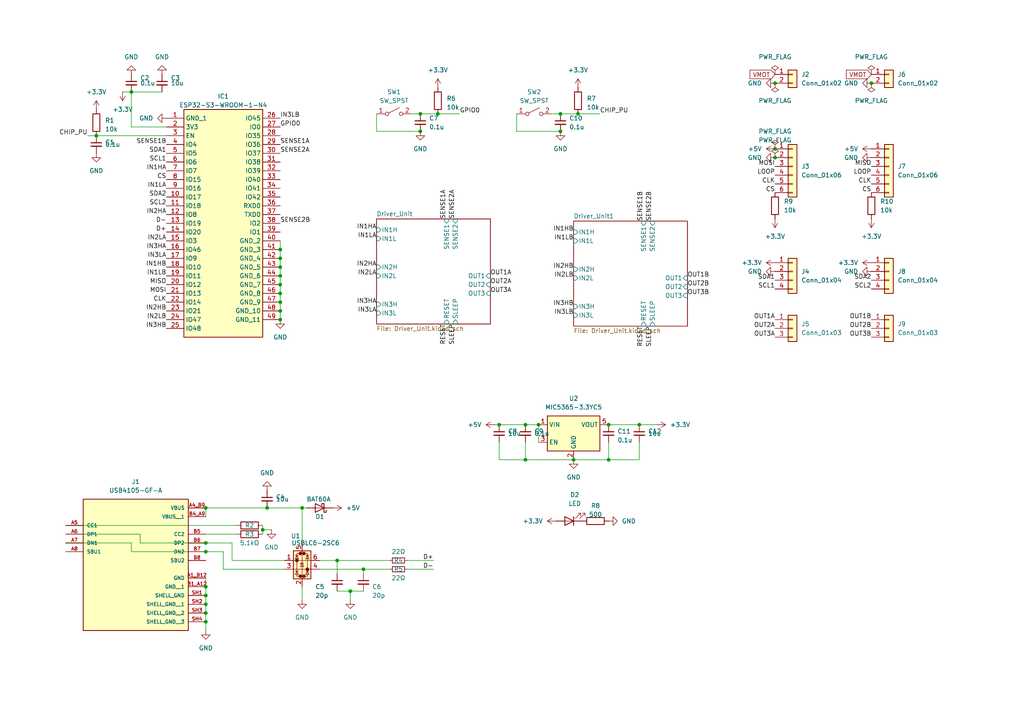
<source format=kicad_sch>
(kicad_sch (version 20250114) (generator "eeschema") (generator_version "9.0")
  (paper "A4")
  (lib_symbols
    (symbol "+3.3V_1" (power) (pin_numbers (hide yes)) (pin_names (offset 0) (hide yes))
      (property "Value" "+3.3V" (at 0 3.556 0))
      (symbol "+3.3V_1_0_1"
        (polyline (pts (xy -0.762 1.27) (xy 0 2.54)))
        (polyline (pts (xy 0 2.54) (xy 0.762 1.27)))
        (polyline (pts (xy 0 0) (xy 0 2.54)))
      )
      (symbol "+3.3V_1_1_1"
        (pin power_in line (at 0 0 90) (length 0) (name "~") (number "1"))
      )
    )
    (symbol "Connector_Generic:Conn_01x02" (pin_names (offset 1.016) (hide yes))
      (property "Reference" "J" (at 0 2.54 0))
      (property "Value" "Conn_01x02" (at 0 -5.08 0))
      (symbol "Conn_01x02_1_1"
        (rectangle (start -1.27 1.27) (end 1.27 -3.81) (stroke (width 0.254)) (fill (type background)))
        (rectangle (start -1.27 0.127) (end 0 -0.127) (stroke (width 0.1524)))
        (rectangle (start -1.27 -2.413) (end 0 -2.667) (stroke (width 0.1524)))
        (pin passive line (at -5.08 0 0) (length 3.81) (name "Pin_1") (number "1"))
        (pin passive line (at -5.08 -2.54 0) (length 3.81) (name "Pin_2") (number "2"))
      )
    )
    (symbol "Connector_Generic:Conn_01x03" (pin_names (offset 1.016) (hide yes))
      (property "Reference" "J" (at 0 5.08 0))
      (property "Value" "Conn_01x03" (at 0 -5.08 0))
      (symbol "Conn_01x03_1_1"
        (rectangle (start -1.27 3.81) (end 1.27 -3.81) (stroke (width 0.254)) (fill (type background)))
        (rectangle (start -1.27 2.667) (end 0 2.413) (stroke (width 0.1524)))
        (rectangle (start -1.27 0.127) (end 0 -0.127) (stroke (width 0.1524)))
        (rectangle (start -1.27 -2.413) (end 0 -2.667) (stroke (width 0.1524)))
        (pin passive line (at -5.08 2.54 0) (length 3.81) (name "Pin_1") (number "1"))
        (pin passive line (at -5.08 0 0) (length 3.81) (name "Pin_2") (number "2"))
        (pin passive line (at -5.08 -2.54 0) (length 3.81) (name "Pin_3") (number "3"))
      )
    )
    (symbol "Connector_Generic:Conn_01x04" (pin_names (offset 1.016) (hide yes))
      (property "Reference" "J" (at 0 5.08 0))
      (property "Value" "Conn_01x04" (at 0 -7.62 0))
      (symbol "Conn_01x04_1_1"
        (rectangle (start -1.27 3.81) (end 1.27 -6.35) (stroke (width 0.254)) (fill (type background)))
        (rectangle (start -1.27 2.667) (end 0 2.413) (stroke (width 0.1524)))
        (rectangle (start -1.27 0.127) (end 0 -0.127) (stroke (width 0.1524)))
        (rectangle (start -1.27 -2.413) (end 0 -2.667) (stroke (width 0.1524)))
        (rectangle (start -1.27 -4.953) (end 0 -5.207) (stroke (width 0.1524)))
        (pin passive line (at -5.08 2.54 0) (length 3.81) (name "Pin_1") (number "1"))
        (pin passive line (at -5.08 0 0) (length 3.81) (name "Pin_2") (number "2"))
        (pin passive line (at -5.08 -2.54 0) (length 3.81) (name "Pin_3") (number "3"))
        (pin passive line (at -5.08 -5.08 0) (length 3.81) (name "Pin_4") (number "4"))
      )
    )
    (symbol "Connector_Generic:Conn_01x06" (pin_names (offset 1.016) (hide yes))
      (property "Reference" "J" (at 0 7.62 0))
      (property "Value" "Conn_01x06" (at 0 -10.16 0))
      (symbol "Conn_01x06_1_1"
        (rectangle (start -1.27 6.35) (end 1.27 -8.89) (stroke (width 0.254)) (fill (type background)))
        (rectangle (start -1.27 5.207) (end 0 4.953) (stroke (width 0.1524)))
        (rectangle (start -1.27 2.667) (end 0 2.413) (stroke (width 0.1524)))
        (rectangle (start -1.27 0.127) (end 0 -0.127) (stroke (width 0.1524)))
        (rectangle (start -1.27 -2.413) (end 0 -2.667) (stroke (width 0.1524)))
        (rectangle (start -1.27 -4.953) (end 0 -5.207) (stroke (width 0.1524)))
        (rectangle (start -1.27 -7.493) (end 0 -7.747) (stroke (width 0.1524)))
        (pin passive line (at -5.08 5.08 0) (length 3.81) (name "Pin_1") (number "1"))
        (pin passive line (at -5.08 2.54 0) (length 3.81) (name "Pin_2") (number "2"))
        (pin passive line (at -5.08 0 0) (length 3.81) (name "Pin_3") (number "3"))
        (pin passive line (at -5.08 -2.54 0) (length 3.81) (name "Pin_4") (number "4"))
        (pin passive line (at -5.08 -5.08 0) (length 3.81) (name "Pin_5") (number "5"))
        (pin passive line (at -5.08 -7.62 0) (length 3.81) (name "Pin_6") (number "6"))
      )
    )
    (symbol "Device:C_Small" (pin_numbers (hide yes)) (pin_names (offset 0.254) (hide yes))
      (property "Reference" "C" (at 0.254 1.778 0))
      (property "Value" "C_Small" (at 0.254 -2.032 0))
      (symbol "C_Small_0_1"
        (polyline (pts (xy -1.524 0.508) (xy 1.524 0.508)) (stroke (width 0.3048)))
        (polyline (pts (xy -1.524 -0.508) (xy 1.524 -0.508)) (stroke (width 0.3302)))
      )
      (symbol "C_Small_1_1"
        (pin passive line (at 0 2.54 270) (length 2.032) (name "~") (number "1"))
        (pin passive line (at 0 -2.54 90) (length 2.032) (name "~") (number "2"))
      )
    )
    (symbol "Device:LED" (pin_numbers (hide yes)) (pin_names (offset 1.016) (hide yes))
      (property "Reference" "D" (at 0 2.54 0))
      (property "Value" "LED" (at 0 -2.54 0))
      (symbol "LED_0_1"
        (polyline (pts (xy -3.048 -0.762) (xy -4.572 -2.286) (xy -3.81 -2.286) (xy -4.572 -2.286) (xy -4.572 -1.524)))
        (polyline (pts (xy -1.778 -0.762) (xy -3.302 -2.286) (xy -2.54 -2.286) (xy -3.302 -2.286) (xy -3.302 -1.524)))
        (polyline (pts (xy -1.27 0) (xy 1.27 0)))
        (polyline (pts (xy -1.27 -1.27) (xy -1.27 1.27)) (stroke (width 0.254)))
        (polyline (pts (xy 1.27 -1.27) (xy 1.27 1.27) (xy -1.27 0) (xy 1.27 -1.27)) (stroke (width 0.254)))
      )
      (symbol "LED_1_1"
        (pin passive line (at -3.81 0 0) (length 2.54) (name "K") (number "1"))
        (pin passive line (at 3.81 0 180) (length 2.54) (name "A") (number "2"))
      )
    )
    (symbol "Device:R" (pin_numbers (hide yes)) (pin_names (offset 0))
      (property "Reference" "R" (at 2.032 0 90))
      (property "Value" "R" (at 0 0 90))
      (symbol "R_0_1"
        (rectangle (start -1.016 -2.54) (end 1.016 2.54) (stroke (width 0.254)))
      )
      (symbol "R_1_1"
        (pin passive line (at 0 3.81 270) (length 1.27) (name "~") (number "1"))
        (pin passive line (at 0 -3.81 90) (length 1.27) (name "~") (number "2"))
      )
    )
    (symbol "Device:R_Small" (pin_numbers (hide yes)) (pin_names (offset 0.254) (hide yes))
      (property "Reference" "R" (at 0 0 90))
      (property "Value" "R_Small" (at 1.778 0 90))
      (symbol "R_Small_0_1"
        (rectangle (start -0.762 1.778) (end 0.762 -1.778) (stroke (width 0.2032)))
      )
      (symbol "R_Small_1_1"
        (pin passive line (at 0 2.54 270) (length 0.762) (name "~") (number "1"))
        (pin passive line (at 0 -2.54 90) (length 0.762) (name "~") (number "2"))
      )
    )
    (symbol "Diode:BAT60A" (pin_numbers (hide yes)) (pin_names (offset 1.016) (hide yes))
      (property "Reference" "D" (at 0 2.54 0))
      (property "Value" "BAT60A" (at 0 -2.54 0))
      (symbol "BAT60A_0_1"
        (polyline (pts (xy -1.905 0.635) (xy -1.905 1.27) (xy -1.27 1.27) (xy -1.27 -1.27) (xy -0.635 -1.27) (xy -0.635 -0.635)) (stroke (width 0.254)))
        (polyline (pts (xy 1.27 1.27) (xy 1.27 -1.27) (xy -1.27 0) (xy 1.27 1.27)) (stroke (width 0.254)))
        (polyline (pts (xy 1.27 0) (xy -1.27 0)))
      )
      (symbol "BAT60A_1_1"
        (pin passive line (at -3.81 0 0) (length 2.54) (name "K") (number "1"))
        (pin passive line (at 3.81 0 180) (length 2.54) (name "A") (number "2"))
      )
    )
    (symbol "ESP32-S3-WROOM-1-N4:ESP32-S3-WROOM-1-N4"
      (property "Reference" "IC" (at 29.21 7.62 0))
      (property "Value" "ESP32-S3-WROOM-1-N4" (at 29.21 5.08 0))
      (symbol "ESP32-S3-WROOM-1-N4_1_1"
        (rectangle (start 5.08 2.54) (end 27.94 -63.5) (stroke (width 0.254)) (fill (type background)))
        (pin passive line (at 0 0 0) (length 5.08) (name "GND_1") (number "1"))
        (pin passive line (at 0 -2.54 0) (length 5.08) (name "3V3") (number "2"))
        (pin passive line (at 0 -5.08 0) (length 5.08) (name "EN") (number "3"))
        (pin passive line (at 0 -7.62 0) (length 5.08) (name "IO4") (number "4"))
        (pin passive line (at 0 -10.16 0) (length 5.08) (name "IO5") (number "5"))
        (pin passive line (at 0 -12.7 0) (length 5.08) (name "IO6") (number "6"))
        (pin passive line (at 0 -15.24 0) (length 5.08) (name "IO7") (number "7"))
        (pin passive line (at 0 -17.78 0) (length 5.08) (name "IO15") (number "8"))
        (pin passive line (at 0 -20.32 0) (length 5.08) (name "IO16") (number "9"))
        (pin passive line (at 0 -22.86 0) (length 5.08) (name "IO17") (number "10"))
        (pin passive line (at 0 -25.4 0) (length 5.08) (name "IO18") (number "11"))
        (pin passive line (at 0 -27.94 0) (length 5.08) (name "IO8") (number "12"))
        (pin passive line (at 0 -30.48 0) (length 5.08) (name "IO19") (number "13"))
        (pin passive line (at 0 -33.02 0) (length 5.08) (name "IO20") (number "14"))
        (pin passive line (at 0 -35.56 0) (length 5.08) (name "IO3") (number "15"))
        (pin passive line (at 0 -38.1 0) (length 5.08) (name "IO46") (number "16"))
        (pin passive line (at 0 -40.64 0) (length 5.08) (name "IO9") (number "17"))
        (pin passive line (at 0 -43.18 0) (length 5.08) (name "IO10") (number "18"))
        (pin passive line (at 0 -45.72 0) (length 5.08) (name "IO11") (number "19"))
        (pin passive line (at 0 -48.26 0) (length 5.08) (name "IO12") (number "20"))
        (pin passive line (at 0 -50.8 0) (length 5.08) (name "IO13") (number "21"))
        (pin passive line (at 0 -53.34 0) (length 5.08) (name "IO14") (number "22"))
        (pin passive line (at 0 -55.88 0) (length 5.08) (name "IO21") (number "23"))
        (pin passive line (at 0 -58.42 0) (length 5.08) (name "IO47") (number "24"))
        (pin passive line (at 0 -60.96 0) (length 5.08) (name "IO48") (number "25"))
        (pin passive line (at 33.02 0 180) (length 5.08) (name "IO45") (number "26"))
        (pin passive line (at 33.02 -2.54 180) (length 5.08) (name "IO0") (number "27"))
        (pin passive line (at 33.02 -5.08 180) (length 5.08) (name "IO35") (number "28"))
        (pin passive line (at 33.02 -7.62 180) (length 5.08) (name "IO36") (number "29"))
        (pin passive line (at 33.02 -10.16 180) (length 5.08) (name "IO37") (number "30"))
        (pin passive line (at 33.02 -12.7 180) (length 5.08) (name "IO38") (number "31"))
        (pin passive line (at 33.02 -15.24 180) (length 5.08) (name "IO39") (number "32"))
        (pin passive line (at 33.02 -17.78 180) (length 5.08) (name "IO40") (number "33"))
        (pin passive line (at 33.02 -20.32 180) (length 5.08) (name "IO41") (number "34"))
        (pin passive line (at 33.02 -22.86 180) (length 5.08) (name "IO42") (number "35"))
        (pin passive line (at 33.02 -25.4 180) (length 5.08) (name "RXD0") (number "36"))
        (pin passive line (at 33.02 -27.94 180) (length 5.08) (name "TXD0") (number "37"))
        (pin passive line (at 33.02 -30.48 180) (length 5.08) (name "IO2") (number "38"))
        (pin passive line (at 33.02 -33.02 180) (length 5.08) (name "IO1") (number "39"))
        (pin passive line (at 33.02 -35.56 180) (length 5.08) (name "GND_2") (number "40"))
        (pin passive line (at 33.02 -38.1 180) (length 5.08) (name "GND_3") (number "41"))
        (pin passive line (at 33.02 -40.64 180) (length 5.08) (name "GND_4") (number "42"))
        (pin passive line (at 33.02 -43.18 180) (length 5.08) (name "GND_5") (number "43"))
        (pin passive line (at 33.02 -45.72 180) (length 5.08) (name "GND_6") (number "44"))
        (pin passive line (at 33.02 -48.26 180) (length 5.08) (name "GND_7") (number "45"))
        (pin passive line (at 33.02 -50.8 180) (length 5.08) (name "GND_8") (number "46"))
        (pin passive line (at 33.02 -53.34 180) (length 5.08) (name "GND_9") (number "47"))
        (pin passive line (at 33.02 -55.88 180) (length 5.08) (name "GND_10") (number "48"))
        (pin passive line (at 33.02 -58.42 180) (length 5.08) (name "GND_11") (number "49"))
      )
    )
    (symbol "GND_1" (power) (pin_numbers (hide yes)) (pin_names (offset 0) (hide yes))
      (property "Value" "GND" (at 0 -3.81 0))
      (symbol "GND_1_0_1"
        (polyline (pts (xy 0 0) (xy 0 -1.27) (xy 1.27 -1.27) (xy 0 -2.54) (xy -1.27 -1.27) (xy 0 -1.27)))
      )
      (symbol "GND_1_1_1"
        (pin power_in line (at 0 0 270) (length 0) (name "~") (number "1"))
      )
    )
    (symbol "GND_2" (power) (pin_numbers (hide yes)) (pin_names (offset 0) (hide yes))
      (property "Value" "GND" (at 0 -3.81 0))
      (symbol "GND_2_0_1"
        (polyline (pts (xy 0 0) (xy 0 -1.27) (xy 1.27 -1.27) (xy 0 -2.54) (xy -1.27 -1.27) (xy 0 -1.27)))
      )
      (symbol "GND_2_1_1"
        (pin power_in line (at 0 0 270) (length 0) (name "~") (number "1"))
      )
    )
    (symbol "GND_3" (power) (pin_numbers (hide yes)) (pin_names (offset 0) (hide yes))
      (property "Value" "GND" (at 0 -3.81 0))
      (symbol "GND_3_0_1"
        (polyline (pts (xy 0 0) (xy 0 -1.27) (xy 1.27 -1.27) (xy 0 -2.54) (xy -1.27 -1.27) (xy 0 -1.27)))
      )
      (symbol "GND_3_1_1"
        (pin power_in line (at 0 0 270) (length 0) (name "~") (number "1"))
      )
    )
    (symbol "GND_4" (power) (pin_numbers (hide yes)) (pin_names (offset 0) (hide yes))
      (property "Value" "GND" (at 0 -3.81 0))
      (symbol "GND_4_0_1"
        (polyline (pts (xy 0 0) (xy 0 -1.27) (xy 1.27 -1.27) (xy 0 -2.54) (xy -1.27 -1.27) (xy 0 -1.27)))
      )
      (symbol "GND_4_1_1"
        (pin power_in line (at 0 0 270) (length 0) (name "~") (number "1"))
      )
    )
    (symbol "MIC5365-3.3YC5_1"
      (property "Reference" "U" (at -6.35 6.35 0))
      (property "Value" "MIC5365-3.3YC5" (at 0 6.35 0))
      (symbol "MIC5365-3.3YC5_1_0_1"
        (rectangle (start -7.62 -5.08) (end 7.62 5.08) (stroke (width 0.254)) (fill (type background)))
      )
      (symbol "MIC5365-3.3YC5_1_1_1"
        (pin power_in line (at -10.16 2.54 0) (length 2.54) (name "VIN") (number "1"))
        (pin input line (at -10.16 -2.54 0) (length 2.54) (name "EN") (number "3"))
        (pin power_in line (at 0 -7.62 90) (length 2.54) (name "GND") (number "2"))
        (pin no_connect line (at 7.62 -2.54 180) (length 2.54) (hide yes) (name "NC") (number "4"))
        (pin power_out line (at 10.16 2.54 180) (length 2.54) (name "VOUT") (number "5"))
      )
    )
    (symbol "Power_Protection:USBLC6-2SC6" (pin_names (hide yes))
      (property "Reference" "U" (at 0.635 5.715 0))
      (property "Value" "USBLC6-2SC6" (at 0.635 3.81 0))
      (symbol "USBLC6-2SC6_0_0"
        (circle (center -1.524 0) (radius 0.0001) (stroke (width 0.508)))
        (circle (center -0.508 2.032) (radius 0.0001) (stroke (width 0.508)))
        (circle (center -0.508 -4.572) (radius 0.0001) (stroke (width 0.508)))
        (circle (center 0.508 2.032) (radius 0.0001) (stroke (width 0.508)))
        (circle (center 0.508 -4.572) (radius 0.0001) (stroke (width 0.508)))
        (circle (center 1.524 -2.54) (radius 0.0001) (stroke (width 0.508)))
      )
      (symbol "USBLC6-2SC6_0_1"
        (polyline (pts (xy -2.54 0) (xy 2.54 0)))
        (polyline (pts (xy -2.54 -2.54) (xy 2.54 -2.54)))
        (polyline (pts (xy -2.032 0.508) (xy -1.016 0.508) (xy -1.524 1.524) (xy -2.032 0.508)))
        (polyline (pts (xy -2.032 -3.048) (xy -1.016 -3.048)))
        (polyline (pts (xy -1.016 1.524) (xy -2.032 1.524)))
        (polyline (pts (xy -1.016 -4.064) (xy -2.032 -4.064) (xy -1.524 -3.048) (xy -1.016 -4.064)))
        (polyline (pts (xy -0.508 -1.143) (xy -0.508 -0.762) (xy 0.508 -0.762)))
        (polyline (pts (xy 0 2.54) (xy -0.508 2.032) (xy 0.508 2.032) (xy 0 1.524) (xy 0 -4.064) (xy -0.508 -4.572) (xy 0.508 -4.572) (xy 0 -5.08)))
        (polyline (pts (xy 0.508 -1.778) (xy -0.508 -1.778) (xy 0 -0.762) (xy 0.508 -1.778)))
        (polyline (pts (xy 1.016 1.524) (xy 2.032 1.524)))
        (polyline (pts (xy 1.016 -3.048) (xy 2.032 -3.048)))
        (polyline (pts (xy 2.032 0.508) (xy 1.016 0.508) (xy 1.524 1.524) (xy 2.032 0.508)))
        (polyline (pts (xy 2.032 -4.064) (xy 1.016 -4.064) (xy 1.524 -3.048) (xy 2.032 -4.064)))
      )
      (symbol "USBLC6-2SC6_1_1"
        (rectangle (start -2.54 2.794) (end 2.54 -5.334) (stroke (width 0.254)) (fill (type background)))
        (polyline (pts (xy -0.508 2.032) (xy -1.524 2.032) (xy -1.524 -4.572) (xy -0.508 -4.572)))
        (polyline (pts (xy 0.508 -4.572) (xy 1.524 -4.572) (xy 1.524 2.032) (xy 0.508 2.032)))
        (pin passive line (at -5.08 0 0) (length 2.54) (name "I/O1") (number "1"))
        (pin passive line (at -5.08 -2.54 0) (length 2.54) (name "I/O2") (number "3"))
        (pin passive line (at 0 5.08 270) (length 2.54) (name "VBUS") (number "5"))
        (pin passive line (at 0 -7.62 90) (length 2.54) (name "GND") (number "2"))
        (pin passive line (at 5.08 0 180) (length 2.54) (name "I/O1") (number "6"))
        (pin passive line (at 5.08 -2.54 180) (length 2.54) (name "I/O2") (number "4"))
      )
    )
    (symbol "Switch:SW_SPST" (pin_names (offset 0) (hide yes))
      (property "Reference" "SW" (at 0 3.175 0))
      (property "Value" "SW_SPST" (at 0 -2.54 0))
      (symbol "SW_SPST_0_0"
        (circle (center -2.032 0) (radius 0.508))
        (polyline (pts (xy -1.524 0.254) (xy 1.524 1.778)))
        (circle (center 2.032 0) (radius 0.508))
      )
      (symbol "SW_SPST_1_1"
        (pin passive line (at -5.08 0 0) (length 2.54) (name "A") (number "1"))
        (pin passive line (at 5.08 0 180) (length 2.54) (name "B") (number "2"))
      )
    )
    (symbol "USB4105-GF-A:USB4105-GF-A" (pin_names (offset 1.016))
      (property "Reference" "J" (at -15.24 13.97 0))
      (property "Value" "USB4105-GF-A" (at -15.24 -27.94 0))
      (symbol "USB4105-GF-A_0_0"
        (rectangle (start -15.24 -25.4) (end 15.24 12.7) (stroke (width 0.254)) (fill (type background)))
        (pin bidirectional line (at -20.32 5.08 0) (length 5.08) (name "CC1") (number "A5"))
        (pin bidirectional line (at -20.32 2.54 0) (length 5.08) (name "DP1") (number "A6"))
        (pin bidirectional line (at -20.32 0 0) (length 5.08) (name "DN1") (number "A7"))
        (pin bidirectional line (at -20.32 -2.54 0) (length 5.08) (name "SBU1") (number "A8"))
        (pin power_in line (at 20.32 10.16 180) (length 5.08) (name "VBUS") (number "A4_B9"))
        (pin power_in line (at 20.32 7.62 180) (length 5.08) (name "VBUS__1") (number "B4_A9"))
        (pin bidirectional line (at 20.32 2.54 180) (length 5.08) (name "CC2") (number "B5"))
        (pin bidirectional line (at 20.32 0 180) (length 5.08) (name "DP2") (number "B6"))
        (pin bidirectional line (at 20.32 -2.54 180) (length 5.08) (name "DN2") (number "B7"))
        (pin bidirectional line (at 20.32 -5.08 180) (length 5.08) (name "SBU2") (number "B8"))
        (pin power_in line (at 20.32 -10.16 180) (length 5.08) (name "GND") (number "A1_B12"))
        (pin power_in line (at 20.32 -12.7 180) (length 5.08) (name "GND__1") (number "B1_A12"))
        (pin power_in line (at 20.32 -15.24 180) (length 5.08) (name "SHELL_GND") (number "SH1"))
        (pin power_in line (at 20.32 -17.78 180) (length 5.08) (name "SHELL_GND__1") (number "SH2"))
        (pin power_in line (at 20.32 -20.32 180) (length 5.08) (name "SHELL_GND__2") (number "SH3"))
        (pin power_in line (at 20.32 -22.86 180) (length 5.08) (name "SHELL_GND__3") (number "SH4"))
      )
    )
    (symbol "power:+3.3V" (power) (pin_numbers (hide yes)) (pin_names (offset 0) (hide yes))
      (property "Value" "+3.3V" (at 0 3.556 0))
      (symbol "+3.3V_0_1"
        (polyline (pts (xy -0.762 1.27) (xy 0 2.54)))
        (polyline (pts (xy 0 2.54) (xy 0.762 1.27)))
        (polyline (pts (xy 0 0) (xy 0 2.54)))
      )
      (symbol "+3.3V_1_1"
        (pin power_in line (at 0 0 90) (length 0) (name "~") (number "1"))
      )
    )
    (symbol "power:+5V" (power) (pin_numbers (hide yes)) (pin_names (offset 0) (hide yes))
      (property "Value" "+5V" (at 0 3.556 0))
      (symbol "+5V_0_1"
        (polyline (pts (xy -0.762 1.27) (xy 0 2.54)))
        (polyline (pts (xy 0 2.54) (xy 0.762 1.27)))
        (polyline (pts (xy 0 0) (xy 0 2.54)))
      )
      (symbol "+5V_1_1"
        (pin power_in line (at 0 0 90) (length 0) (name "~") (number "1"))
      )
    )
    (symbol "power:GND" (power) (pin_numbers (hide yes)) (pin_names (offset 0) (hide yes))
      (property "Value" "GND" (at 0 -3.81 0))
      (symbol "GND_0_1"
        (polyline (pts (xy 0 0) (xy 0 -1.27) (xy 1.27 -1.27) (xy 0 -2.54) (xy -1.27 -1.27) (xy 0 -1.27)))
      )
      (symbol "GND_1_1"
        (pin power_in line (at 0 0 270) (length 0) (name "~") (number "1"))
      )
    )
    (symbol "power:PWR_FLAG" (power) (pin_numbers (hide yes)) (pin_names (offset 0) (hide yes))
      (property "Value" "PWR_FLAG" (at 0 3.81 0))
      (symbol "PWR_FLAG_0_0"
        (pin power_out line (at 0 0 90) (length 0) (name "~") (number "1"))
      )
      (symbol "PWR_FLAG_0_1"
        (polyline (pts (xy 0 0) (xy 0 1.27) (xy -1.016 1.905) (xy 0 2.54) (xy 1.016 1.905) (xy 0 1.27)))
      )
    )
  )
  (junction (at 152.4 123.19))
  (junction (at 176.53 123.19))
  (junction (at 127 33.02))
  (junction (at 59.69 177.8))
  (junction (at 27.94 39.37))
  (junction (at 87.63 147.32))
  (junction (at 105.41 165.1))
  (junction (at 252.73 24.13))
  (junction (at 77.47 147.32))
  (junction (at 76.2 153.67))
  (junction (at 59.69 180.34))
  (junction (at 224.79 45.72))
  (junction (at 97.79 162.56))
  (junction (at 38.1 26.67))
  (junction (at 81.28 82.55))
  (junction (at 59.69 147.32))
  (junction (at 185.42 123.19))
  (junction (at 121.92 38.1))
  (junction (at 81.28 87.63))
  (junction (at 81.28 80.01))
  (junction (at 81.28 74.93))
  (junction (at 81.28 90.17))
  (junction (at 152.4 133.35))
  (junction (at 224.79 24.13))
  (junction (at 59.69 157.48))
  (junction (at 156.21 123.19))
  (junction (at 59.69 170.18))
  (junction (at 81.28 72.39))
  (junction (at 59.69 175.26))
  (junction (at 101.6 171.45))
  (junction (at 59.69 172.72))
  (junction (at 224.79 43.18))
  (junction (at 166.37 133.35))
  (junction (at 176.53 133.35))
  (junction (at 121.92 33.02))
  (junction (at 59.69 160.02))
  (junction (at 162.56 33.02))
  (junction (at 144.78 123.19))
  (junction (at 81.28 85.09))
  (junction (at 167.64 33.02))
  (junction (at 162.56 38.1))
  (junction (at 81.28 77.47))
  (junction (at 81.28 92.71))
  (wire (pts (xy 19.05 152.4) (xy 68.58 152.4)))
  (wire (pts (xy 119.38 33.02) (xy 121.92 33.02)))
  (wire (pts (xy 81.28 90.17) (xy 81.28 92.71)))
  (wire (pts (xy 81.28 77.47) (xy 81.28 80.01)))
  (wire (pts (xy 109.22 38.1) (xy 121.92 38.1)))
  (wire (pts (xy 40.64 154.94) (xy 40.64 157.48)))
  (wire (pts (xy 81.28 85.09) (xy 81.28 87.63)))
  (wire (pts (xy 77.47 147.32) (xy 87.63 147.32)))
  (wire (pts (xy 152.4 128.27) (xy 152.4 133.35)))
  (wire (pts (xy 105.41 165.1) (xy 113.03 165.1)))
  (wire (pts (xy 76.2 153.67) (xy 78.74 153.67)))
  (wire (pts (xy 59.69 147.32) (xy 77.47 147.32)))
  (wire (pts (xy 27.94 39.37) (xy 48.26 39.37)))
  (wire (pts (xy 92.71 162.56) (xy 97.79 162.56)))
  (wire (pts (xy 19.05 157.48) (xy 38.1 157.48)))
  (wire (pts (xy 97.79 162.56) (xy 113.03 162.56)))
  (wire (pts (xy 149.86 33.02) (xy 149.86 38.1)))
  (wire (pts (xy 81.28 80.01) (xy 81.28 82.55)))
  (wire (pts (xy 67.31 162.56) (xy 82.55 162.56)))
  (wire (pts (xy 87.63 147.32) (xy 87.63 157.48)))
  (wire (pts (xy 97.79 162.56) (xy 97.79 166.37)))
  (wire (pts (xy 176.53 123.19) (xy 185.42 123.19)))
  (wire (pts (xy 144.78 128.27) (xy 144.78 133.35)))
  (wire (pts (xy 144.78 133.35) (xy 152.4 133.35)))
  (wire (pts (xy 87.63 173.99) (xy 87.63 170.18)))
  (wire (pts (xy 185.42 123.19) (xy 190.5 123.19)))
  (wire (pts (xy 59.69 157.48) (xy 67.31 157.48)))
  (wire (pts (xy 81.28 82.55) (xy 81.28 85.09)))
  (wire (pts (xy 67.31 162.56) (xy 67.31 157.48)))
  (wire (pts (xy 162.56 33.02) (xy 167.64 33.02)))
  (wire (pts (xy 59.69 154.94) (xy 68.58 154.94)))
  (wire (pts (xy 76.2 153.67) (xy 76.2 154.94)))
  (wire (pts (xy 152.4 133.35) (xy 166.37 133.35)))
  (wire (pts (xy 105.41 165.1) (xy 105.41 166.37)))
  (wire (pts (xy 59.69 177.8) (xy 59.69 180.34)))
  (wire (pts (xy 25.4 39.37) (xy 27.94 39.37)))
  (wire (pts (xy 59.69 180.34) (xy 59.69 182.88)))
  (wire (pts (xy 87.63 147.32) (xy 88.9 147.32)))
  (wire (pts (xy 59.69 160.02) (xy 64.77 160.02)))
  (wire (pts (xy 149.86 38.1) (xy 162.56 38.1)))
  (wire (pts (xy 144.78 123.19) (xy 152.4 123.19)))
  (wire (pts (xy 59.69 175.26) (xy 59.69 177.8)))
  (wire (pts (xy 59.69 167.64) (xy 59.69 170.18)))
  (wire (pts (xy 35.56 26.67) (xy 38.1 26.67)))
  (wire (pts (xy 40.64 157.48) (xy 59.69 157.48)))
  (wire (pts (xy 38.1 160.02) (xy 59.69 160.02)))
  (wire (pts (xy 76.2 152.4) (xy 76.2 153.67)))
  (wire (pts (xy 38.1 36.83) (xy 48.26 36.83)))
  (wire (pts (xy 38.1 26.67) (xy 46.99 26.67)))
  (wire (pts (xy 64.77 165.1) (xy 82.55 165.1)))
  (wire (pts (xy 38.1 157.48) (xy 38.1 160.02)))
  (wire (pts (xy 19.05 154.94) (xy 40.64 154.94)))
  (wire (pts (xy 81.28 69.85) (xy 81.28 72.39)))
  (wire (pts (xy 81.28 74.93) (xy 81.28 77.47)))
  (wire (pts (xy 166.37 133.35) (xy 176.53 133.35)))
  (wire (pts (xy 64.77 165.1) (xy 64.77 160.02)))
  (wire (pts (xy 59.69 172.72) (xy 59.69 175.26)))
  (wire (pts (xy 92.71 165.1) (xy 105.41 165.1)))
  (wire (pts (xy 121.92 33.02) (xy 127 33.02)))
  (wire (pts (xy 143.51 123.19) (xy 144.78 123.19)))
  (wire (pts (xy 97.79 171.45) (xy 101.6 171.45)))
  (wire (pts (xy 59.69 170.18) (xy 59.69 172.72)))
  (wire (pts (xy 176.53 128.27) (xy 176.53 133.35)))
  (wire (pts (xy 118.11 165.1) (xy 125.73 165.1)))
  (wire (pts (xy 185.42 128.27) (xy 185.42 133.35)))
  (wire (pts (xy 118.11 162.56) (xy 125.73 162.56)))
  (wire (pts (xy 81.28 72.39) (xy 81.28 74.93)))
  (wire (pts (xy 152.4 123.19) (xy 156.21 123.19)))
  (wire (pts (xy 101.6 171.45) (xy 105.41 171.45)))
  (wire (pts (xy 101.6 171.45) (xy 101.6 173.99)))
  (wire (pts (xy 160.02 33.02) (xy 162.56 33.02)))
  (wire (pts (xy 176.53 133.35) (xy 185.42 133.35)))
  (wire (pts (xy 127 33.02) (xy 133.35 33.02)))
  (wire (pts (xy 38.1 26.67) (xy 38.1 36.83)))
  (wire (pts (xy 167.64 33.02) (xy 173.99 33.02)))
  (wire (pts (xy 59.69 147.32) (xy 59.69 149.86)))
  (wire (pts (xy 109.22 33.02) (xy 109.22 38.1)))
  (wire (pts (xy 156.21 123.19) (xy 156.21 128.27)))
  (wire (pts (xy 81.28 87.63) (xy 81.28 90.17)))
  (label "CS" (at 48.26 52.07 180))
  (label "CHIP_PU" (at 25.4 39.37 180))
  (label "CLK" (at 252.73 53.34 180))
  (label "SDA1" (at 48.26 44.45 180))
  (label "D+" (at 125.73 162.56 180))
  (label "IN1HB" (at 166.37 67.31 180))
  (label "D-" (at 48.26 64.77 180))
  (label "CS" (at 224.79 55.88 180))
  (label "OUT1B" (at 252.73 92.71 180))
  (label "SENSE1A" (at 81.28 41.91 0))
  (label "OUT2A" (at 224.79 95.25 180))
  (label "SCL1" (at 48.26 46.99 180))
  (label "IN3HB" (at 166.37 88.9 180))
  (label "SENSE1B" (at 48.26 41.91 180))
  (label "SDA2" (at 252.73 81.28 180))
  (label "CLK" (at 48.26 87.63 180))
  (label "IN2LB" (at 166.37 80.645 180))
  (label "IN1LB" (at 166.37 69.85 180))
  (label "SCL1" (at 224.79 83.82 180))
  (label "IN3HA" (at 48.26 72.39 180))
  (label "IN1HA" (at 109.22 66.675 180))
  (label "D+" (at 48.26 67.31 180))
  (label "IN2HA" (at 48.26 62.23 180))
  (label "GPIO0" (at 133.35 33.02 0))
  (label "IN2LB" (at 48.26 92.71 180))
  (label "IN3HA" (at 109.22 88.265 180))
  (label "IN2HA" (at 109.22 77.47 180))
  (label "OUT3B" (at 199.39 85.725 0))
  (label "IN1LA" (at 109.22 69.215 180))
  (label "SDA2" (at 48.26 57.15 180))
  (label "OUT1B" (at 199.39 80.645 0))
  (label "D-" (at 125.73 165.1 180))
  (label "MISO" (at 252.73 48.26 180))
  (label "IN2HB" (at 48.26 90.17 180))
  (label "IN1LB" (at 48.26 80.01 180))
  (label "SENSE2A" (at 81.28 44.45 0))
  (label "SENSE1A" (at 129.54 63.5 90))
  (label "OUT3A" (at 224.79 97.79 180))
  (label "IN1HB" (at 48.26 77.47 180))
  (label "SDA1" (at 224.79 81.28 180))
  (label "IN3LA" (at 48.26 74.93 180))
  (label "SCL2" (at 48.26 59.69 180))
  (label "RESET" (at 186.69 94.615 270))
  (label "MOSI" (at 224.79 48.26 180))
  (label "IN2LA" (at 48.26 69.85 180))
  (label "OUT2B" (at 252.73 95.25 180))
  (label "SENSE2A" (at 132.08 63.5 90))
  (label "MOSI" (at 48.26 85.09 180))
  (label "SENSE2B" (at 81.28 64.77 0))
  (label "OUT2B" (at 199.39 83.185 0))
  (label "OUT2A" (at 142.24 82.55 0))
  (label "IN1HA" (at 48.26 49.53 180))
  (label "OUT3A" (at 142.24 85.09 0))
  (label "IN3LB" (at 81.28 34.29 0))
  (label "SLEEP" (at 189.23 94.615 270))
  (label "SENSE2B" (at 189.23 64.135 90))
  (label "SLEEP" (at 132.08 93.98 270))
  (label "OUT1A" (at 142.24 80.01 0))
  (label "LOOP" (at 224.79 50.8 180))
  (label "OUT1A" (at 224.79 92.71 180))
  (label "SCL2" (at 252.73 83.82 180))
  (label "CS" (at 252.73 55.88 180))
  (label "IN1LA" (at 48.26 54.61 180))
  (label "SENSE1B" (at 186.69 64.135 90))
  (label "MISO" (at 48.26 82.55 180))
  (label "IN2HB" (at 166.37 78.105 180))
  (label "IN3LB" (at 166.37 91.44 180))
  (label "OUT3B" (at 252.73 97.79 180))
  (label "CHIP_PU" (at 173.99 33.02 0))
  (label "IN2LA" (at 109.22 80.01 180))
  (label "LOOP" (at 252.73 50.8 180))
  (label "RESET" (at 129.54 93.98 270))
  (label "CLK" (at 224.79 53.34 180))
  (label "GPIO0" (at 81.28 36.83 0))
  (label "IN3LA" (at 109.22 90.805 180))
  (label "IN3HB" (at 48.26 95.25 180))
  (global_label "VMOT" (shape input) (at 252.73 21.59 180) (property "Intersheetrefs" "${INTERSHEET_REFS}" (effects (hide yes))))
  (global_label "VMOT" (shape input) (at 224.79 21.59 180) (property "Intersheetrefs" "${INTERSHEET_REFS}" (effects (hide yes))))
  (symbol (lib_id "Device:R") (at 172.72 151.13 90) (unit 1)
    (property "Reference" "R8" (at 172.72 146.685 90))
    (property "Value" "500" (at 172.72 149.225 90))
    (property "Footprint" "Resistor_SMD:R_0402_1005Metric" (effects (hide yes)))
  )
  (symbol (lib_id "power:+3.3V") (at 224.79 76.2 90) (unit 1)
    (property "Reference" "#PWR027" (effects (hide yes)))
    (property "Value" "+3.3V" (at 220.98 76.1999 90) (effects (justify left)))
    (property "Description" "Power symbol creates a global label with name \"+3.3V\"" (effects (hide yes)))
  )
  (symbol (lib_id "Connector_Generic:Conn_01x06") (at 229.87 48.26 0) (unit 1)
    (property "Reference" "J3" (at 232.41 48.2599 0) (effects (justify left)))
    (property "Value" "Conn_01x06" (at 232.41 50.7999 0) (effects (justify left)))
    (property "Footprint" "Connector_PinSocket_2.54mm:PinSocket_1x06_P2.54mm_Horizontal" (effects (hide yes)))
    (property "Description" "Generic connector, single row, 01x06, script generated (kicad-library-utils/schlib/autogen/connector/)" (effects (hide yes)))
  )
  (symbol (lib_id "power:+5V") (at 252.73 43.18 90) (unit 1)
    (property "Reference" "#PWR030" (effects (hide yes)))
    (property "Value" "+5V" (at 248.92 43.1799 90) (effects (justify left)))
    (property "Description" "Power symbol creates a global label with name \"+5V\"" (effects (hide yes)))
  )
  (symbol (lib_id "Device:R") (at 224.79 59.69 0) (unit 1)
    (property "Reference" "R9" (at 227.33 58.4199 0) (effects (justify left)))
    (property "Value" "10k" (at 227.33 60.9599 0) (effects (justify left)))
    (property "Footprint" "Resistor_SMD:R_0402_1005Metric" (effects (hide yes)))
    (property "Description" "Resistor" (effects (hide yes)))
  )
  (symbol (lib_id "Device:C_Small") (at 46.99 24.13 0) (unit 1)
    (property "Reference" "C3" (at 49.53 22.606 0) (effects (justify left)))
    (property "Value" "10u" (at 49.53 24.13 0) (effects (justify left)))
    (property "Footprint" "Capacitor_SMD:C_0805_2012Metric" (effects (hide yes)))
  )
  (symbol (lib_id "Device:C_Small") (at 77.47 144.78 0) (unit 1)
    (property "Reference" "C4" (at 80.01 144.1513 0) (effects (justify left)))
    (property "Value" "10u" (at 80.01 144.78 0) (effects (justify left)))
    (property "Footprint" "Capacitor_SMD:C_0805_2012Metric" (effects (hide yes)))
  )
  (symbol (lib_id "power:PWR_FLAG") (at 252.73 21.59 0) (unit 1)
    (property "Reference" "#FLG05" (effects (hide yes)))
    (property "Value" "PWR_FLAG" (at 252.73 16.51 0))
    (property "Description" "Special symbol for telling ERC where power comes from" (effects (hide yes)))
  )
  (symbol (lib_id "Connector_Generic:Conn_01x03") (at 229.87 95.25 0) (unit 1)
    (property "Reference" "J5" (at 232.41 93.9799 0) (effects (justify left)))
    (property "Value" "Conn_01x03" (at 232.41 96.5199 0) (effects (justify left)))
    (property "Footprint" "Connector_PinHeader_2.54mm:PinHeader_1x03_P2.54mm_Vertical" (effects (hide yes)))
    (property "Description" "Generic connector, single row, 01x03, script generated (kicad-library-utils/schlib/autogen/connector/)" (effects (hide yes)))
  )
  (symbol (lib_name "GND_2") (lib_id "power:GND") (at 78.74 153.67 0) (unit 1)
    (property "Reference" "#PWR09" (effects (hide yes)))
    (property "Value" "GND" (at 78.74 158.75 0))
    (property "Description" "Power symbol creates a global label with name \"GND\" , ground" (effects (hide yes)))
  )
  (symbol (lib_id "Device:R") (at 127 29.21 0) (unit 1)
    (property "Reference" "R6" (at 129.54 28.575 0) (effects (justify left)))
    (property "Value" "10k" (at 129.54 31.115 0) (effects (justify left)))
    (property "Footprint" "Resistor_SMD:R_0402_1005Metric" (effects (hide yes)))
  )
  (symbol (lib_id "power:GND") (at 252.73 78.74 270) (unit 1)
    (property "Reference" "#PWR034" (effects (hide yes)))
    (property "Value" "GND" (at 248.92 78.7399 90) (effects (justify right)))
    (property "Description" "Power symbol creates a global label with name \"GND\" , ground" (effects (hide yes)))
  )
  (symbol (lib_id "power:+3.3V") (at 224.79 63.5 180) (unit 1)
    (property "Reference" "#PWR026" (effects (hide yes)))
    (property "Value" "+3.3V" (at 224.79 68.58 0))
    (property "Description" "Power symbol creates a global label with name \"+3.3V\"" (effects (hide yes)))
  )
  (symbol (lib_name "GND_1") (lib_id "power:GND") (at 81.28 92.71 0) (unit 1)
    (property "Reference" "#PWR010" (effects (hide yes)))
    (property "Value" "GND" (at 81.28 97.79 0))
    (property "Description" "Power symbol creates a global label with name \"GND\" , ground" (effects (hide yes)))
  )
  (symbol (lib_id "power:PWR_FLAG") (at 224.79 21.59 0) (unit 1)
    (property "Reference" "#FLG01" (effects (hide yes)))
    (property "Value" "PWR_FLAG" (at 224.79 16.51 0))
    (property "Description" "Special symbol for telling ERC where power comes from" (effects (hide yes)))
  )
  (symbol (lib_name "GND_1") (lib_id "power:GND") (at 38.1 21.59 180) (unit 1)
    (property "Reference" "#PWR04" (effects (hide yes)))
    (property "Value" "GND" (at 38.1 16.51 0))
    (property "Description" "Power symbol creates a global label with name \"GND\" , ground" (effects (hide yes)))
  )
  (symbol (lib_id "Device:C_Small") (at 38.1 24.13 0) (unit 1)
    (property "Reference" "C2" (at 40.64 22.606 0) (effects (justify left)))
    (property "Value" "0.1u" (at 40.64 24.13 0) (effects (justify left)))
    (property "Footprint" "Capacitor_SMD:C_0402_1005Metric" (effects (hide yes)))
  )
  (symbol (lib_id "power:PWR_FLAG") (at 224.79 45.72 0) (unit 1)
    (property "Reference" "#FLG04" (effects (hide yes)))
    (property "Value" "PWR_FLAG" (at 224.79 40.64 0))
    (property "Description" "Special symbol for telling ERC where power comes from" (effects (hide yes)))
  )
  (symbol (lib_id "power:+5V") (at 224.79 43.18 90) (unit 1)
    (property "Reference" "#PWR024" (effects (hide yes)))
    (property "Value" "+5V" (at 220.98 43.1799 90) (effects (justify left)))
    (property "Description" "Power symbol creates a global label with name \"+5V\"" (effects (hide yes)))
  )
  (symbol (lib_id "USB4105-GF-A:USB4105-GF-A") (at 39.37 157.48 0) (unit 1)
    (property "Reference" "J1" (at 39.37 139.7 0))
    (property "Value" "USB4105-GF-A" (at 39.37 142.24 0))
    (property "Footprint" "Touchstone:GCT_USB4105-GF-A" (effects (hide yes)))
    (property "PARTREV" "B4" (effects (hide yes)))
    (property "STANDARD" "Manufacturer Recommendations" (effects (hide yes)))
    (property "MAXIMUM_PACKAGE_HEIGHT" "3.31 mm" (effects (hide yes)))
    (property "MANUFACTURER" "GCT" (effects (hide yes)))
  )
  (symbol (lib_id "Device:R") (at 167.64 29.21 0) (unit 1)
    (property "Reference" "R7" (at 170.18 28.575 0) (effects (justify left)))
    (property "Value" "10k" (at 170.18 31.115 0) (effects (justify left)))
    (property "Footprint" "Resistor_SMD:R_0402_1005Metric" (effects (hide yes)))
  )
  (symbol (lib_id "power:PWR_FLAG") (at 252.73 24.13 180) (unit 1)
    (property "Reference" "#FLG06" (effects (hide yes)))
    (property "Value" "PWR_FLAG" (at 252.73 29.21 0))
    (property "Description" "Special symbol for telling ERC where power comes from" (effects (hide yes)))
  )
  (symbol (lib_id "Device:R") (at 72.39 154.94 90) (unit 1)
    (property "Reference" "R3" (at 72.39 154.94 90))
    (property "Value" "5.1kΩ" (at 72.39 157.48 90))
    (property "Footprint" "Resistor_SMD:R_0402_1005Metric" (effects (hide yes)))
    (property "Description" "Resistor" (effects (hide yes)))
    (property "JLCPCB" "C23186" (effects (hide yes)))
    (property "LCSC" "C23186" (effects (hide yes)))
  )
  (symbol (lib_id "power:PWR_FLAG") (at 224.79 43.18 0) (unit 1)
    (property "Reference" "#FLG03" (effects (hide yes)))
    (property "Value" "PWR_FLAG" (at 224.79 38.1 0))
    (property "Description" "Special symbol for telling ERC where power comes from" (effects (hide yes)))
  )
  (symbol (lib_id "Power_Protection:USBLC6-2SC6") (at 87.63 162.56 0) (unit 1)
    (property "Reference" "U1" (at 87.122 155.448 0) (effects (justify right)))
    (property "Value" "USBLC6-2SC6" (at 98.552 157.48 0) (effects (justify right)))
    (property "Footprint" "Package_TO_SOT_SMD:SOT-23-6" (effects (hide yes)))
    (property "Datasheet" "https://www.st.com/resource/en/datasheet/usblc6-2.pdf" (effects (hide yes)))
    (property "Description" "Very low capacitance ESD protection diode, 2 data-line, SOT-23-6" (effects (hide yes)))
    (property "JLCPCB" "C2827654" (effects (hide yes)))
    (property "LCSC" "C2827654" (effects (hide yes)))
  )
  (symbol (lib_name "+3.3V_1") (lib_id "power:+3.3V") (at 161.29 151.13 90) (unit 1)
    (property "Reference" "#PWR017" (effects (hide yes)))
    (property "Value" "+3.3V" (at 157.48 151.1299 90) (effects (justify left)))
    (property "Description" "Power symbol creates a global label with name \"+3.3V\"" (effects (hide yes)))
  )
  (symbol (lib_id "Device:C_Small") (at 27.94 41.91 0) (unit 1)
    (property "Reference" "C1" (at 30.48 41.2813 0) (effects (justify left)))
    (property "Value" "0.1u" (at 30.48 41.91 0) (effects (justify left)))
    (property "Footprint" "Capacitor_SMD:C_0402_1005Metric" (effects (hide yes)))
  )
  (symbol (lib_id "Connector_Generic:Conn_01x02") (at 229.87 21.59 0) (unit 1)
    (property "Reference" "J2" (at 232.41 21.5899 0) (effects (justify left)))
    (property "Value" "Conn_01x02" (at 232.41 24.1299 0) (effects (justify left)))
    (property "Footprint" "TerminalBlock:TerminalBlock_MaiXu_MX126-5.0-02P_1x02_P5.00mm" (effects (hide yes)))
    (property "Description" "Generic connector, single row, 01x02, script generated (kicad-library-utils/schlib/autogen/connector/)" (effects (hide yes)))
  )
  (symbol (lib_id "Device:R") (at 27.94 35.56 0) (unit 1)
    (property "Reference" "R1" (at 30.48 34.925 0) (effects (justify left)))
    (property "Value" "10k" (at 30.48 37.465 0) (effects (justify left)))
    (property "Footprint" "Resistor_SMD:R_0402_1005Metric" (effects (hide yes)))
  )
  (symbol (lib_id "Device:R") (at 72.39 152.4 90) (unit 1)
    (property "Reference" "R2" (at 72.39 152.4 90))
    (property "Value" "5.1kΩ" (effects (hide yes)))
    (property "Footprint" "Resistor_SMD:R_0402_1005Metric_Pad0.72x0.64mm_HandSolder" (effects (hide yes)))
    (property "Description" "Resistor" (effects (hide yes)))
    (property "JLCPCB" "C23186" (effects (hide yes)))
    (property "LCSC" "C23186" (effects (hide yes)))
  )
  (symbol (lib_id "power:GND") (at 252.73 24.13 270) (unit 1)
    (property "Reference" "#PWR029" (effects (hide yes)))
    (property "Value" "GND" (at 248.92 24.1299 90) (effects (justify right)))
    (property "Description" "Power symbol creates a global label with name \"GND\" , ground" (effects (hide yes)))
  )
  (symbol (lib_id "power:GND") (at 252.73 45.72 270) (unit 1)
    (property "Reference" "#PWR031" (effects (hide yes)))
    (property "Value" "GND" (at 248.92 45.7199 90) (effects (justify right)))
    (property "Description" "Power symbol creates a global label with name \"GND\" , ground" (effects (hide yes)))
  )
  (symbol (lib_id "Connector_Generic:Conn_01x02") (at 257.81 21.59 0) (unit 1)
    (property "Reference" "J6" (at 260.35 21.5899 0) (effects (justify left)))
    (property "Value" "Conn_01x02" (at 260.35 24.1299 0) (effects (justify left)))
    (property "Footprint" "TerminalBlock:TerminalBlock_MaiXu_MX126-5.0-02P_1x02_P5.00mm" (effects (hide yes)))
    (property "Description" "Generic connector, single row, 01x02, script generated (kicad-library-utils/schlib/autogen/connector/)" (effects (hide yes)))
  )
  (symbol (lib_id "Device:LED") (at 165.1 151.13 180) (unit 1)
    (property "Reference" "D2" (at 166.6875 143.51 0))
    (property "Value" "LED" (at 166.6875 146.05 0))
    (property "Footprint" "LED_SMD:LED_0603_1608Metric" (effects (hide yes)))
    (property "Description" "Light emitting diode" (effects (hide yes)))
    (property "Sim.Pins" "1=K 2=A" (effects (hide yes)))
  )
  (symbol (lib_name "GND_2") (lib_id "power:GND") (at 101.6 173.99 0) (unit 1)
    (property "Reference" "#PWR013" (effects (hide yes)))
    (property "Value" "GND" (at 101.6 179.07 0))
    (property "Description" "Power symbol creates a global label with name \"GND\" , ground" (effects (hide yes)))
  )
  (symbol (lib_id "Device:C_Small") (at 97.79 168.91 0) (unit 1)
    (property "Reference" "C5" (at 91.44 170.18 0) (effects (justify left)))
    (property "Value" "20p" (at 91.44 172.72 0) (effects (justify left)))
    (property "Footprint" "Capacitor_SMD:C_0402_1005Metric" (effects (hide yes)))
    (property "Description" "Unpolarized capacitor, small symbol" (effects (hide yes)))
    (property "LCSC" "C1648" (effects (hide yes)))
    (property "JLCPCB" "C1648" (effects (hide yes)))
  )
  (symbol (lib_id "Device:C_Small") (at 162.56 35.56 0) (unit 1)
    (property "Reference" "C10" (at 165.1 34.2962 0) (effects (justify left)))
    (property "Value" "0.1u" (at 165.1 36.8362 0) (effects (justify left)))
    (property "Footprint" "Capacitor_SMD:C_0402_1005Metric" (effects (hide yes)))
    (property "Description" "Unpolarized capacitor, small symbol" (effects (hide yes)))
  )
  (symbol (lib_name "GND_1") (lib_id "power:GND") (at 48.26 34.29 270) (unit 1)
    (property "Reference" "#PWR06" (effects (hide yes)))
    (property "Value" "GND" (at 44.45 34.2899 90) (effects (justify right)))
    (property "Description" "Power symbol creates a global label with name \"GND\" , ground" (effects (hide yes)))
  )
  (symbol (lib_id "power:GND") (at 224.79 24.13 270) (unit 1)
    (property "Reference" "#PWR023" (effects (hide yes)))
    (property "Value" "GND" (at 220.98 24.1299 90) (effects (justify right)))
    (property "Description" "Power symbol creates a global label with name \"GND\" , ground" (effects (hide yes)))
  )
  (symbol (lib_id "Device:C_Small") (at 105.41 168.91 0) (unit 1)
    (property "Reference" "C6" (at 107.95 170.18 0) (effects (justify left)))
    (property "Value" "20p" (at 107.95 172.72 0) (effects (justify left)))
    (property "Footprint" "Capacitor_SMD:C_0402_1005Metric" (effects (hide yes)))
    (property "Description" "Unpolarized capacitor, small symbol" (effects (hide yes)))
    (property "LCSC" "C1648" (effects (hide yes)))
    (property "JLCPCB" "C1648" (effects (hide yes)))
  )
  (symbol (lib_name "GND_1") (lib_id "power:GND") (at 46.99 21.59 180) (unit 1)
    (property "Reference" "#PWR05" (effects (hide yes)))
    (property "Value" "GND" (at 46.99 16.51 0))
    (property "Description" "Power symbol creates a global label with name \"GND\" , ground" (effects (hide yes)))
  )
  (symbol (lib_name "GND_1") (lib_id "power:GND") (at 176.53 151.13 90) (unit 1)
    (property "Reference" "#PWR021" (effects (hide yes)))
    (property "Value" "GND" (at 180.34 151.1299 90) (effects (justify right)))
    (property "Description" "Power symbol creates a global label with name \"GND\" , ground" (effects (hide yes)))
  )
  (symbol (lib_name "GND_1") (lib_id "power:GND") (at 59.69 182.88 0) (unit 1)
    (property "Reference" "#PWR07" (effects (hide yes)))
    (property "Value" "GND" (at 59.69 187.96 0))
    (property "Description" "Power symbol creates a global label with name \"GND\" , ground" (effects (hide yes)))
  )
  (symbol (lib_id "power:+3.3V") (at 252.73 76.2 90) (unit 1)
    (property "Reference" "#PWR033" (effects (hide yes)))
    (property "Value" "+3.3V" (at 248.92 76.1999 90) (effects (justify left)))
    (property "Description" "Power symbol creates a global label with name \"+3.3V\"" (effects (hide yes)))
  )
  (symbol (lib_id "Device:C_Small") (at 144.78 125.73 0) (unit 1)
    (property "Reference" "C8" (at 147.32 125.1013 0) (effects (justify left)))
    (property "Value" "10u" (at 147.32 125.73 0) (effects (justify left)))
    (property "Footprint" "Capacitor_SMD:C_0805_2012Metric" (effects (hide yes)))
  )
  (symbol (lib_id "Device:C_Small") (at 121.92 35.56 0) (unit 1)
    (property "Reference" "C7" (at 124.46 34.2962 0) (effects (justify left)))
    (property "Value" "0.1u" (at 124.46 36.8362 0) (effects (justify left)))
    (property "Footprint" "Capacitor_SMD:C_0402_1005Metric" (effects (hide yes)))
    (property "Description" "Unpolarized capacitor, small symbol" (effects (hide yes)))
  )
  (symbol (lib_id "Switch:SW_SPST") (at 114.3 33.02 0) (unit 1)
    (property "Reference" "SW1" (at 114.3 26.67 0))
    (property "Value" "SW_SPST" (at 114.3 29.21 0))
    (property "Footprint" "Button_Switch_THT:SW_PUSH_6mm" (effects (hide yes)))
    (property "Description" "Single Pole Single Throw (SPST) switch" (effects (hide yes)))
  )
  (symbol (lib_id "power:GND") (at 224.79 45.72 270) (unit 1)
    (property "Reference" "#PWR025" (effects (hide yes)))
    (property "Value" "GND" (at 220.98 45.7199 90) (effects (justify right)))
    (property "Description" "Power symbol creates a global label with name \"GND\" , ground" (effects (hide yes)))
  )
  (symbol (lib_name "+3.3V_1") (lib_id "power:+3.3V") (at 127 25.4 0) (unit 1)
    (property "Reference" "#PWR015" (effects (hide yes)))
    (property "Value" "+3.3V" (at 127 20.32 0))
    (property "Description" "Power symbol creates a global label with name \"+3.3V\"" (effects (hide yes)))
  )
  (symbol (lib_id "Device:R") (at 252.73 59.69 0) (unit 1)
    (property "Reference" "R10" (at 255.27 58.4199 0) (effects (justify left)))
    (property "Value" "10k" (at 255.27 60.9599 0) (effects (justify left)))
    (property "Footprint" "Resistor_SMD:R_0402_1005Metric" (effects (hide yes)))
    (property "Description" "Resistor" (effects (hide yes)))
  )
  (symbol (lib_id "power:+5V") (at 143.51 123.19 90) (unit 1)
    (property "Reference" "#PWR016" (effects (hide yes)))
    (property "Value" "+5V" (at 139.7 123.1899 90) (effects (justify left)))
    (property "Description" "Power symbol creates a global label with name \"+5V\"" (effects (hide yes)))
  )
  (symbol (lib_name "GND_2") (lib_id "power:GND") (at 87.63 173.99 0) (unit 1)
    (property "Reference" "#PWR011" (effects (hide yes)))
    (property "Value" "GND" (at 87.63 179.07 0))
    (property "Description" "Power symbol creates a global label with name \"GND\" , ground" (effects (hide yes)))
  )
  (symbol (lib_name "GND_1") (lib_id "power:GND") (at 27.94 44.45 0) (unit 1)
    (property "Reference" "#PWR02" (effects (hide yes)))
    (property "Value" "GND" (at 27.94 49.53 0))
    (property "Description" "Power symbol creates a global label with name \"GND\" , ground" (effects (hide yes)))
  )
  (symbol (lib_id "Connector_Generic:Conn_01x04") (at 229.87 78.74 0) (unit 1)
    (property "Reference" "J4" (at 232.41 78.7399 0) (effects (justify left)))
    (property "Value" "Conn_01x04" (at 232.41 81.2799 0) (effects (justify left)))
    (property "Footprint" "Connector_PinHeader_2.54mm:PinHeader_1x04_P2.54mm_Vertical" (effects (hide yes)))
    (property "Description" "Generic connector, single row, 01x04, script generated (kicad-library-utils/schlib/autogen/connector/)" (effects (hide yes)))
  )
  (symbol (lib_id "power:GND") (at 224.79 78.74 270) (unit 1)
    (property "Reference" "#PWR028" (effects (hide yes)))
    (property "Value" "GND" (at 220.98 78.7399 90) (effects (justify right)))
    (property "Description" "Power symbol creates a global label with name \"GND\" , ground" (effects (hide yes)))
  )
  (symbol (lib_name "+3.3V_1") (lib_id "power:+3.3V") (at 167.64 25.4 0) (unit 1)
    (property "Reference" "#PWR020" (effects (hide yes)))
    (property "Value" "+3.3V" (at 167.64 20.32 0))
    (property "Description" "Power symbol creates a global label with name \"+3.3V\"" (effects (hide yes)))
  )
  (symbol (lib_id "Device:R_Small") (at 115.57 162.56 270) (unit 1)
    (property "Reference" "R4" (at 115.57 162.56 90))
    (property "Value" "22Ω" (at 115.57 160.02 90))
    (property "Footprint" "Resistor_SMD:R_0402_1005Metric" (effects (hide yes)))
    (property "Description" "Resistor, small symbol" (effects (hide yes)))
    (property "LCSC" "C23345" (effects (hide yes)))
    (property "JLCPCB" "C23345" (effects (hide yes)))
  )
  (symbol (lib_name "+3.3V_1") (lib_id "power:+3.3V") (at 190.5 123.19 270) (unit 1)
    (property "Reference" "#PWR022" (effects (hide yes)))
    (property "Value" "+3.3V" (at 194.31 123.1899 90) (effects (justify left)))
    (property "Description" "Power symbol creates a global label with name \"+3.3V\"" (effects (hide yes)))
  )
  (symbol (lib_id "Diode:BAT60A") (at 92.71 147.32 180) (unit 1)
    (property "Reference" "D1" (at 91.44 149.86 0) (effects (justify right)))
    (property "Value" "BAT60A" (at 88.9 144.78 0) (effects (justify right)))
    (property "Footprint" "Diode_SMD:D_SOD-323" (effects (hide yes)))
    (property "Datasheet" "https://www.infineon.com/dgdl/Infineon-BAT60ASERIES-DS-v01_01-en.pdf?fileId=db3a304313d846880113def70c9304a9" (effects (hide yes)))
    (property "Description" "10V 3A High Current Recitifier Schottky Diode, SOD-323" (effects (hide yes)))
    (property "JLCPCB" "C124187" (effects (hide yes)))
    (property "LCSC" "C124187" (effects (hide yes)))
  )
  (symbol (lib_name "+3.3V_1") (lib_id "power:+3.3V") (at 35.56 26.67 180) (unit 1)
    (property "Reference" "#PWR03" (effects (hide yes)))
    (property "Value" "+3.3V" (at 35.56 31.75 0))
    (property "Description" "Power symbol creates a global label with name \"+3.3V\"" (effects (hide yes)))
  )
  (symbol (lib_id "Connector_Generic:Conn_01x03") (at 257.81 95.25 0) (unit 1)
    (property "Reference" "J9" (at 260.35 93.9799 0) (effects (justify left)))
    (property "Value" "Conn_01x03" (at 260.35 96.5199 0) (effects (justify left)))
    (property "Footprint" "Connector_PinHeader_2.54mm:PinHeader_1x03_P2.54mm_Vertical" (effects (hide yes)))
    (property "Description" "Generic connector, single row, 01x03, script generated (kicad-library-utils/schlib/autogen/connector/)" (effects (hide yes)))
  )
  (symbol (lib_name "GND_4") (lib_id "power:GND") (at 162.56 38.1 0) (unit 1)
    (property "Reference" "#PWR018" (effects (hide yes)))
    (property "Value" "GND" (at 162.56 43.18 0))
    (property "Description" "Power symbol creates a global label with name \"GND\" , ground" (effects (hide yes)))
  )
  (symbol (lib_id "power:+5V") (at 96.52 147.32 270) (unit 1)
    (property "Reference" "#PWR012" (effects (hide yes)))
    (property "Value" "+5V" (at 100.33 147.3199 90) (effects (justify left)))
    (property "Description" "Power symbol creates a global label with name \"+5V\"" (effects (hide yes)))
  )
  (symbol (lib_name "GND_4") (lib_id "power:GND") (at 121.92 38.1 0) (unit 1)
    (property "Reference" "#PWR014" (effects (hide yes)))
    (property "Value" "GND" (at 121.92 43.18 0))
    (property "Description" "Power symbol creates a global label with name \"GND\" , ground" (effects (hide yes)))
  )
  (symbol (lib_id "power:+3.3V") (at 252.73 63.5 180) (unit 1)
    (property "Reference" "#PWR032" (effects (hide yes)))
    (property "Value" "+3.3V" (at 252.73 68.58 0))
    (property "Description" "Power symbol creates a global label with name \"+3.3V\"" (effects (hide yes)))
  )
  (symbol (lib_id "ESP32-S3-WROOM-1-N4:ESP32-S3-WROOM-1-N4") (at 48.26 34.29 0) (unit 1)
    (property "Reference" "IC1" (at 64.77 27.94 0))
    (property "Value" "ESP32-S3-WROOM-1-N4" (at 64.77 30.48 0))
    (property "Footprint" "Touchstone:ESP32S3WROOM1N4" (effects (hide yes)))
    (property "Datasheet" "https://www.espressif.com/sites/default/files/documentation/esp32-s3-wroom-1_wroom-1u_datasheet_en.pdf" (effects (hide yes)))
    (property "Height" "3.25" (effects (hide yes)))
    (property "Manufacturer_Name" "Espressif Systems" (effects (hide yes)))
    (property "Manufacturer_Part_Number" "ESP32-S3-WROOM-1-N4" (effects (hide yes)))
    (property "Mouser Part Number" "356-ESP32-S3WROOM1N4" (effects (hide yes)))
    (property "Mouser Price/Stock" "https://www.mouser.co.uk/ProductDetail/Espressif-Systems/ESP32-S3-WROOM-1-N4?qs=Li%252BoUPsLEnsO%2FkiJOUK0FQ%3D%3D" (effects (hide yes)))
  )
  (symbol (lib_id "Connector_Generic:Conn_01x04") (at 257.81 78.74 0) (unit 1)
    (property "Reference" "J8" (at 260.35 78.7399 0) (effects (justify left)))
    (property "Value" "Conn_01x04" (at 260.35 81.2799 0) (effects (justify left)))
    (property "Footprint" "Connector_PinHeader_2.54mm:PinHeader_1x04_P2.54mm_Vertical" (effects (hide yes)))
    (property "Description" "Generic connector, single row, 01x04, script generated (kicad-library-utils/schlib/autogen/connector/)" (effects (hide yes)))
  )
  (symbol (lib_id "Connector_Generic:Conn_01x06") (at 257.81 48.26 0) (unit 1)
    (property "Reference" "J7" (at 260.35 48.2599 0) (effects (justify left)))
    (property "Value" "Conn_01x06" (at 260.35 50.7999 0) (effects (justify left)))
    (property "Footprint" "Connector_PinHeader_2.54mm:PinHeader_1x06_P2.54mm_Horizontal" (effects (hide yes)))
    (property "Description" "Generic connector, single row, 01x06, script generated (kicad-library-utils/schlib/autogen/connector/)" (effects (hide yes)))
  )
  (symbol (lib_name "+3.3V_1") (lib_id "power:+3.3V") (at 27.94 31.75 0) (unit 1)
    (property "Reference" "#PWR01" (effects (hide yes)))
    (property "Value" "+3.3V" (at 27.94 26.67 0))
    (property "Description" "Power symbol creates a global label with name \"+3.3V\"" (effects (hide yes)))
  )
  (symbol (lib_id "power:PWR_FLAG") (at 224.79 24.13 180) (unit 1)
    (property "Reference" "#FLG02" (effects (hide yes)))
    (property "Value" "PWR_FLAG" (at 224.79 29.21 0))
    (property "Description" "Special symbol for telling ERC where power comes from" (effects (hide yes)))
  )
  (symbol (lib_id "Device:C_Small") (at 185.42 125.73 0) (unit 1)
    (property "Reference" "C12" (at 187.96 125.1013 0) (effects (justify left)))
    (property "Value" "10u" (at 187.96 125.73 0) (effects (justify left)))
    (property "Footprint" "Capacitor_SMD:C_0805_2012Metric" (effects (hide yes)))
  )
  (symbol (lib_id "Device:C_Small") (at 152.4 125.73 0) (unit 1)
    (property "Reference" "C9" (at 154.94 125.1013 0) (effects (justify left)))
    (property "Value" "0.1u" (at 154.94 125.73 0) (effects (justify left)))
    (property "Footprint" "Capacitor_SMD:C_0402_1005Metric" (effects (hide yes)))
  )
  (symbol (lib_id "Device:R_Small") (at 115.57 165.1 270) (unit 1)
    (property "Reference" "R5" (at 115.57 165.1 90))
    (property "Value" "22Ω" (at 115.57 167.64 90))
    (property "Footprint" "Resistor_SMD:R_0402_1005Metric" (effects (hide yes)))
    (property "Description" "Resistor, small symbol" (effects (hide yes)))
    (property "LCSC" "C23345" (effects (hide yes)))
    (property "JLCPCB" "C23345" (effects (hide yes)))
  )
  (symbol (lib_id "Device:C_Small") (at 176.53 125.73 0) (unit 1)
    (property "Reference" "C11" (at 179.07 125.1013 0) (effects (justify left)))
    (property "Value" "0.1u" (at 179.07 127.6413 0) (effects (justify left)))
    (property "Footprint" "Capacitor_SMD:C_0402_1005Metric" (effects (hide yes)))
  )
  (symbol (lib_name "GND_3") (lib_id "power:GND") (at 77.47 142.24 180) (unit 1)
    (property "Reference" "#PWR08" (effects (hide yes)))
    (property "Value" "GND" (at 77.47 137.16 0))
    (property "Description" "Power symbol creates a global label with name \"GND\" , ground" (effects (hide yes)))
  )
  (symbol (lib_name "GND_1") (lib_id "power:GND") (at 166.37 133.35 0) (unit 1)
    (property "Reference" "#PWR019" (effects (hide yes)))
    (property "Value" "GND" (at 166.37 138.43 0))
    (property "Description" "Power symbol creates a global label with name \"GND\" , ground" (effects (hide yes)))
  )
  (symbol (lib_name "MIC5365-3.3YC5_1") (lib_id "Regulator_Linear:MIC5365-3.3YC5") (at 166.37 125.73 0) (unit 1)
    (property "Reference" "U2" (at 166.37 115.57 0))
    (property "Value" "MIC5365-3.3YC5" (at 166.37 118.11 0))
    (property "Footprint" "Package_TO_SOT_SMD:SOT-353_SC-70-5" (effects (hide yes)))
    (property "Datasheet" "https://ww1.microchip.com/downloads/aemDocuments/documents/APID/ProductDocuments/DataSheets/MIC5365-6-High-Performance-Single-150mA-LDO-DS20006605A.pdf" (effects (hide yes)))
    (property "Description" "150mA Low-dropout Voltage Regulator, Vout 3.3V, Vin up to 5.5V, SC-70-5" (effects (hide yes)))
  )
  (symbol (lib_id "Switch:SW_SPST") (at 154.94 33.02 0) (unit 1)
    (property "Reference" "SW2" (at 154.94 26.67 0))
    (property "Value" "SW_SPST" (at 154.94 29.21 0))
    (property "Footprint" "Button_Switch_THT:SW_PUSH_6mm" (effects (hide yes)))
    (property "Description" "Single Pole Single Throw (SPST) switch" (effects (hide yes)))
  )
  (sheet (at 166.37 64.135) (size 33.02 30.48) (stroke (width 0.1524))
    (property "Sheetname" "Driver_Unit1" (at 166.37 63.4234 0) (effects (justify left bottom)))
    (property "Sheetfile" "Driver_Unit.kicad_sch" (at 166.37 95.1996 0) (effects (justify left top)))
    (pin "OUT3" input (at 199.39 85.725 0))
    (pin "SENSE2" input (at 189.23 64.135 90))
    (pin "SENSE1" input (at 186.69 64.135 90))
    (pin "OUT1" input (at 199.39 80.645 0))
    (pin "OUT2" input (at 199.39 83.185 0))
    (pin "IN1H" input (at 166.37 67.31 180))
    (pin "IN1L" input (at 166.37 69.85 180))
    (pin "RESET" input (at 186.69 94.615 270))
    (pin "SLEEP" input (at 189.23 94.615 270))
    (pin "IN3H" input (at 166.37 88.9 180))
    (pin "IN2H" input (at 166.37 78.105 180))
    (pin "IN2L" input (at 166.37 80.645 180))
    (pin "IN3L" input (at 166.37 91.44 180))
  )
  (sheet (at 109.22 63.5) (size 33.02 30.48) (stroke (width 0.1524))
    (property "Sheetname" "Driver_Unit" (at 109.22 62.7884 0) (effects (justify left bottom)))
    (property "Sheetfile" "Driver_Unit.kicad_sch" (at 109.22 94.5646 0) (effects (justify left top)))
    (pin "OUT3" input (at 142.24 85.09 0))
    (pin "SENSE2" input (at 132.08 63.5 90))
    (pin "SENSE1" input (at 129.54 63.5 90))
    (pin "OUT1" input (at 142.24 80.01 0))
    (pin "OUT2" input (at 142.24 82.55 0))
    (pin "IN1H" input (at 109.22 66.675 180))
    (pin "IN1L" input (at 109.22 69.215 180))
    (pin "RESET" input (at 129.54 93.98 270))
    (pin "SLEEP" input (at 132.08 93.98 270))
    (pin "IN3H" input (at 109.22 88.265 180))
    (pin "IN2H" input (at 109.22 77.47 180))
    (pin "IN2L" input (at 109.22 80.01 180))
    (pin "IN3L" input (at 109.22 90.805 180))
  )
)
</source>
